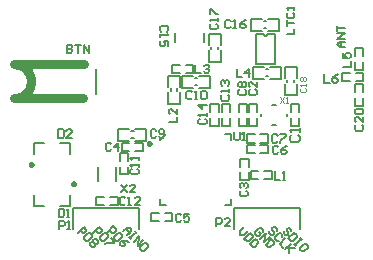
<source format=gto>
%FSTAX23Y23*%
%MOIN*%
%SFA1B1*%

%IPPOS*%
%ADD10C,0.009843*%
%ADD11C,0.007874*%
%ADD12C,0.031496*%
%ADD13C,0.005905*%
%ADD14C,0.005905*%
%ADD15C,0.000000*%
%ADD16C,0.003937*%
%LNfinal_1_board-1*%
%LPD*%
G54D10*
X-00401Y-00049D02*
D01*
X-00401Y-00049*
X-00401Y-00048*
X-00401Y-00048*
X-00401Y-00048*
X-00401Y-00047*
X-00401Y-00047*
X-00401Y-00047*
X-00401Y-00047*
X-00402Y-00046*
X-00402Y-00046*
X-00402Y-00046*
X-00402Y-00046*
X-00402Y-00045*
X-00403Y-00045*
X-00403Y-00045*
X-00403Y-00045*
X-00404Y-00045*
X-00404Y-00045*
X-00404Y-00045*
X-00405Y-00044*
X-00405Y-00044*
X-00405Y-00044*
X-00406*
X-00406Y-00044*
X-00406Y-00044*
X-00407Y-00045*
X-00407Y-00045*
X-00407Y-00045*
X-00407Y-00045*
X-00408Y-00045*
X-00408Y-00045*
X-00408Y-00045*
X-00409Y-00046*
X-00409Y-00046*
X-00409Y-00046*
X-00409Y-00046*
X-00409Y-00047*
X-0041Y-00047*
X-0041Y-00047*
X-0041Y-00047*
X-0041Y-00048*
X-0041Y-00048*
X-0041Y-00048*
X-0041Y-00049*
X-0041Y-00049*
X-0041Y-00049*
X-0041Y-0005*
X-0041Y-0005*
X-0041Y-0005*
X-0041Y-00051*
X-0041Y-00051*
X-0041Y-00051*
X-00409Y-00052*
X-00409Y-00052*
X-00409Y-00052*
X-00409Y-00052*
X-00409Y-00053*
X-00408Y-00053*
X-00408Y-00053*
X-00408Y-00053*
X-00407Y-00053*
X-00407Y-00053*
X-00407Y-00054*
X-00407Y-00054*
X-00406Y-00054*
X-00406Y-00054*
X-00406Y-00054*
X-00405*
X-00405Y-00054*
X-00405Y-00054*
X-00404Y-00054*
X-00404Y-00054*
X-00404Y-00053*
X-00403Y-00053*
X-00403Y-00053*
X-00403Y-00053*
X-00402Y-00053*
X-00402Y-00053*
X-00402Y-00052*
X-00402Y-00052*
X-00402Y-00052*
X-00401Y-00052*
X-00401Y-00051*
X-00401Y-00051*
X-00401Y-00051*
X-00401Y-0005*
X-00401Y-0005*
X-00401Y-0005*
X-00401Y-00049*
X-00401Y-00049*
X-00542Y00015D02*
D01*
X-00542Y00016*
X-00542Y00016*
X-00543Y00016*
X-00543Y00017*
X-00543Y00017*
X-00543Y00017*
X-00543Y00017*
X-00543Y00018*
X-00543Y00018*
X-00544Y00018*
X-00544Y00019*
X-00544Y00019*
X-00544Y00019*
X-00544Y00019*
X-00545Y00019*
X-00545Y00019*
X-00545Y0002*
X-00546Y0002*
X-00546Y0002*
X-00546Y0002*
X-00547Y0002*
X-00547Y0002*
X-00547*
X-00548Y0002*
X-00548Y0002*
X-00548Y0002*
X-00549Y0002*
X-00549Y0002*
X-00549Y00019*
X-0055Y00019*
X-0055Y00019*
X-0055Y00019*
X-0055Y00019*
X-00551Y00019*
X-00551Y00018*
X-00551Y00018*
X-00551Y00018*
X-00551Y00017*
X-00551Y00017*
X-00552Y00017*
X-00552Y00017*
X-00552Y00016*
X-00552Y00016*
X-00552Y00016*
X-00552Y00015*
X-00552Y00015*
X-00552Y00015*
X-00552Y00014*
X-00552Y00014*
X-00552Y00014*
X-00551Y00013*
X-00551Y00013*
X-00551Y00013*
X-00551Y00012*
X-00551Y00012*
X-00551Y00012*
X-0055Y00012*
X-0055Y00012*
X-0055Y00011*
X-0055Y00011*
X-00549Y00011*
X-00549Y00011*
X-00549Y00011*
X-00548Y00011*
X-00548Y00011*
X-00548Y00011*
X-00547Y00011*
X-00547*
X-00547Y00011*
X-00546Y00011*
X-00546Y00011*
X-00546Y00011*
X-00545Y00011*
X-00545Y00011*
X-00545Y00011*
X-00544Y00011*
X-00544Y00012*
X-00544Y00012*
X-00544Y00012*
X-00544Y00012*
X-00543Y00012*
X-00543Y00013*
X-00543Y00013*
X-00543Y00013*
X-00543Y00014*
X-00543Y00014*
X-00543Y00014*
X-00542Y00015*
X-00542Y00015*
X-00542Y00015*
X-00148Y00086D02*
D01*
X-00148Y00086*
X-00148Y00087*
X-00148Y00087*
X-00149Y00087*
X-00149Y00088*
X-00149Y00088*
X-00149Y00088*
X-00149Y00089*
X-00149Y00089*
X-00149Y00089*
X-0015Y00089*
X-0015Y0009*
X-0015Y0009*
X-0015Y0009*
X-00151Y0009*
X-00151Y0009*
X-00151Y0009*
X-00152Y00091*
X-00152Y00091*
X-00152Y00091*
X-00153Y00091*
X-00153Y00091*
X-00153*
X-00154Y00091*
X-00154Y00091*
X-00154Y00091*
X-00155Y00091*
X-00155Y0009*
X-00155Y0009*
X-00155Y0009*
X-00156Y0009*
X-00156Y0009*
X-00156Y0009*
X-00156Y00089*
X-00157Y00089*
X-00157Y00089*
X-00157Y00089*
X-00157Y00088*
X-00157Y00088*
X-00157Y00088*
X-00158Y00087*
X-00158Y00087*
X-00158Y00087*
X-00158Y00086*
X-00158Y00086*
X-00158Y00086*
X-00158Y00085*
X-00158Y00085*
X-00158Y00085*
X-00157Y00084*
X-00157Y00084*
X-00157Y00084*
X-00157Y00084*
X-00157Y00083*
X-00157Y00083*
X-00156Y00083*
X-00156Y00083*
X-00156Y00082*
X-00156Y00082*
X-00155Y00082*
X-00155Y00082*
X-00155Y00082*
X-00155Y00082*
X-00154Y00082*
X-00154Y00081*
X-00154Y00081*
X-00153Y00081*
X-00153*
X-00153Y00081*
X-00152Y00081*
X-00152Y00082*
X-00152Y00082*
X-00151Y00082*
X-00151Y00082*
X-00151Y00082*
X-0015Y00082*
X-0015Y00082*
X-0015Y00083*
X-0015Y00083*
X-00149Y00083*
X-00149Y00083*
X-00149Y00084*
X-00149Y00084*
X-00149Y00084*
X-00149Y00084*
X-00149Y00085*
X-00148Y00085*
X-00148Y00085*
X-00148Y00086*
X-00148Y00086*
G54D11*
X00229Y0045D02*
D01*
X00229Y0045*
X00229Y00449*
X0023Y00449*
X0023Y00449*
X0023Y00448*
X0023Y00448*
X0023Y00448*
X0023Y00447*
X0023Y00447*
X00231Y00447*
X00231Y00447*
X00231Y00446*
X00231Y00446*
X00232Y00446*
X00232Y00446*
X00232Y00446*
X00232Y00446*
X00233Y00445*
X00233Y00445*
X00233Y00445*
X00234Y00445*
X00234Y00445*
X00234*
X00235Y00445*
X00235Y00445*
X00235Y00445*
X00236Y00445*
X00236Y00446*
X00236Y00446*
X00237Y00446*
X00237Y00446*
X00237Y00446*
X00237Y00446*
X00238Y00447*
X00238Y00447*
X00238Y00447*
X00238Y00447*
X00238Y00448*
X00238Y00448*
X00239Y00448*
X00239Y00449*
X00239Y00449*
X00239Y00449*
X00239Y0045*
X00239Y0045*
X-00066Y00423D02*
Y00455D01*
X00028Y00423D02*
Y00455D01*
X-00407Y-002D02*
Y-00129D01*
X-00186Y-002D02*
Y-00129D01*
X-00407D02*
X-00186D01*
X-00418Y-00121D02*
Y-00086D01*
X-00449Y-00121D02*
X-00418D01*
X-00536D02*
Y-00086D01*
Y-00121D02*
X-00504D01*
X00077Y00401D02*
Y00409D01*
X00054Y00401D02*
Y00409D01*
X00229Y00493D02*
X00237D01*
X00229Y0047D02*
X00237D01*
X00202Y0045D02*
X00229D01*
X00239D02*
X00267D01*
Y00351D02*
Y0045D01*
X00202Y00351D02*
X00267D01*
X00202D02*
Y0045D01*
X00237Y0031D02*
X00244D01*
X00237Y00333D02*
X00244D01*
X00307Y0029D02*
Y00298D01*
X0033Y0029D02*
Y00298D01*
X-00536Y00052D02*
Y00087D01*
X-00504*
X-00418Y00052D02*
Y00087D01*
X-00449D02*
X-00418D01*
X-00213Y00103D02*
X-00205D01*
X-00213Y00126D02*
X-00205D01*
X00128Y-00129D02*
X00349D01*
Y-002D02*
Y-00129D01*
X00128Y-002D02*
Y-00129D01*
X-00264Y-00038D02*
Y00008D01*
X-00323Y-00038D02*
Y00008D01*
X-00118Y00098D02*
X-00098Y00118D01*
X00098D02*
X00118D01*
Y00098D02*
Y00118D01*
Y-00118D02*
Y-00098D01*
X00098Y-00118D02*
X00118D01*
X-00118D02*
X-00098D01*
X-00118D02*
Y-00098D01*
X-00059Y00262D02*
Y0027D01*
X-00082D02*
Y00262D01*
X0Y00303D02*
X00007D01*
X0Y0028D02*
X00007D01*
G54D12*
X-00605Y00237D02*
D01*
X-00601Y00237*
X-00597Y00237*
X-00593Y00238*
X-00589Y00239*
X-00585Y0024*
X-00581Y00241*
X-00578Y00243*
X-00574Y00245*
X-00571Y00247*
X-00568Y0025*
X-00565Y00253*
X-00562Y00255*
X-0056Y00258*
X-00557Y00262*
X-00555Y00265*
X-00553Y00269*
X-00552Y00272*
X-0055Y00276*
X-00549Y0028*
X-00548Y00284*
X-00548Y00288*
X-00548Y00292*
Y00296*
X-00548Y003*
X-00548Y00304*
X-00549Y00307*
X-0055Y00311*
X-00552Y00315*
X-00553Y00319*
X-00555Y00322*
X-00557Y00326*
X-0056Y00329*
X-00562Y00332*
X-00565Y00335*
X-00568Y00337*
X-00571Y0034*
X-00574Y00342*
X-00578Y00344*
X-00581Y00346*
X-00585Y00347*
X-00589Y00348*
X-00593Y00349*
X-00597Y0035*
X-00601Y00351*
X-00605Y00351*
Y00236D02*
X-00374D01*
X-00605Y00351D02*
X-0037D01*
X-00605Y00351D02*
Y00351D01*
Y00236D02*
Y00237D01*
G54D13*
X-00329Y-00119D02*
Y-00092D01*
X-00258Y-00119D02*
Y-00092D01*
X-00284Y-00119D02*
X-00258D01*
X-00329D02*
X-00303D01*
X-00284Y-00092D02*
X-00258D01*
X-00329D02*
X-00303D01*
X00151Y-00035D02*
X00178D01*
X00151Y00035D02*
X00178D01*
Y00009D02*
Y00035D01*
Y-00035D02*
Y-00009D01*
X00151Y00009D02*
Y00035D01*
Y-00035D02*
Y-00009D01*
X0023Y-00033D02*
X00256D01*
X00185D02*
X00211D01*
X0023Y-00006D02*
X00256D01*
X00185D02*
X00211D01*
X00185Y-00033D02*
Y-00006D01*
X00256Y-00033D02*
Y-00006D01*
X00533Y00403D02*
X00561D01*
X00533Y00332D02*
X00561D01*
X00533D02*
Y00358D01*
Y00377D02*
Y00403D01*
X00561Y00332D02*
Y00358D01*
Y00377D02*
Y00403D01*
X00489Y00294D02*
Y00321D01*
X0056Y00294D02*
Y00321D01*
X00535Y00294D02*
X0056D01*
X00489D02*
X00515D01*
X00535Y00321D02*
X0056D01*
X00489D02*
X00515D01*
X00533Y00283D02*
X00561D01*
X00533Y00212D02*
X00561D01*
X00533D02*
Y00238D01*
Y00258D02*
Y00283D01*
X00561Y00212D02*
Y00238D01*
Y00258D02*
Y00283D01*
X00046Y00359D02*
X00085D01*
X00046Y00452D02*
X00085D01*
Y00415D02*
Y00452D01*
Y00359D02*
Y00396D01*
X00046Y00415D02*
Y00452D01*
Y00359D02*
Y00396D01*
X0028Y00462D02*
Y00501D01*
X00187Y00462D02*
Y00501D01*
X00224*
X00243D02*
X0028D01*
X00187Y00462D02*
X00224D01*
X00243D02*
X0028D01*
X0025Y00302D02*
X00287D01*
X00194D02*
X00231D01*
X0025Y00341D02*
X00287D01*
X00194D02*
X00231D01*
X00287D02*
Y00302D01*
X00194D02*
Y00341D01*
X00299Y00341D02*
X00338D01*
X00299Y00248D02*
X00338D01*
X00299D02*
Y00285D01*
Y00304D02*
Y00341D01*
X00338Y00248D02*
Y00285D01*
Y00304D02*
Y00341D01*
X00172Y0019D02*
Y00216D01*
Y00145D02*
Y00171D01*
X00145Y0019D02*
Y00216D01*
Y00145D02*
Y00171D01*
Y00145D02*
X00172D01*
X00145Y00216D02*
X00172D01*
X00207Y0019D02*
Y00216D01*
Y00145D02*
Y00171D01*
X0018Y0019D02*
Y00216D01*
Y00145D02*
Y00171D01*
Y00145D02*
X00207D01*
X0018Y00216D02*
X00207D01*
X00172Y00081D02*
X00198D01*
X00217D02*
X00243D01*
X00172Y00054D02*
X00198D01*
X00217D02*
X00243D01*
Y00081*
X00172Y00054D02*
Y00081D01*
X00217Y00089D02*
X00243D01*
X00172D02*
X00198D01*
X00217Y00116D02*
X00243D01*
X00172D02*
X00198D01*
X00172Y00089D02*
Y00116D01*
X00243Y00089D02*
Y00116D01*
X-00256Y00095D02*
Y00134D01*
X-00163Y00095D02*
Y00134D01*
X-002Y00095D02*
X-00163D01*
X-00256D02*
X-00219D01*
X-002Y00134D02*
X-00163D01*
X-00256D02*
X-00219D01*
X00116Y0019D02*
Y00216D01*
Y00145D02*
Y00171D01*
X00089Y0019D02*
Y00216D01*
Y00145D02*
Y00171D01*
Y00145D02*
X00116D01*
X00089Y00216D02*
X00116D01*
X00257Y00215D02*
X0027D01*
X00221Y00178D02*
Y00183D01*
X00257Y00146D02*
X0027D01*
X00306Y00178D02*
Y00183D01*
X-00245Y00087D02*
X-00219D01*
X-002D02*
X-00174D01*
X-00245Y0006D02*
X-00219D01*
X-002D02*
X-00174D01*
Y00087*
X-00245Y0006D02*
Y00087D01*
X-0009Y00312D02*
X-00051D01*
X-0009Y00219D02*
X-00051D01*
Y00275D02*
Y00312D01*
Y00219D02*
Y00256D01*
X-0009Y00275D02*
Y00312D01*
Y00219D02*
Y00256D01*
X-00077Y00348D02*
X-00051D01*
X-00032D02*
X-00006D01*
X-00077Y00321D02*
X-00051D01*
X-00032D02*
X-00006D01*
Y00348D02*
Y00321D01*
X-00077Y00348D02*
Y00321D01*
X-00043Y00311D02*
X-00006D01*
X00012D02*
X00049D01*
X-00043Y00272D02*
X-00006D01*
X00012D02*
X00049D01*
Y00311*
X-00043D02*
Y00272D01*
X00051Y00216D02*
X00078D01*
X00051Y00145D02*
X00078D01*
X00051D02*
Y00171D01*
Y0019D02*
Y00216D01*
X00078Y00145D02*
Y00171D01*
Y0019D02*
Y00216D01*
X-00147Y-00174D02*
Y-00147D01*
X-00076Y-00174D02*
Y-00147D01*
X-00101Y-00174D02*
X-00076D01*
X-00147D02*
X-00121D01*
X-00101Y-00147D02*
X-00076D01*
X-00147D02*
X-00121D01*
X0032Y00145D02*
X00347D01*
X0032Y00216D02*
X00347D01*
Y0019D02*
Y00216D01*
Y00145D02*
Y00171D01*
X0032Y0019D02*
Y00216D01*
Y00145D02*
Y00171D01*
X-00251Y-00017D02*
X-00224D01*
X-00251Y00053D02*
X-00224D01*
Y00027D02*
Y00053D01*
Y-00017D02*
Y00008D01*
X-00251Y00027D02*
Y00053D01*
Y-00017D02*
Y00008D01*
X-00233Y-00097D02*
X-00237Y-00092D01*
X-00246*
X-00251Y-00097*
Y-00115*
X-00246Y-00119*
X-00237*
X-00233Y-00115*
X-00224Y-00119D02*
X-00214D01*
X-00219*
Y-00092*
X-00224Y-00097*
X-00183Y-00119D02*
X-00201D01*
X-00183Y-00101*
Y-00097*
X-00188Y-00092*
X-00196*
X-00201Y-00097*
X00153Y-00072D02*
X00148Y-00077D01*
Y-00086*
X00153Y-0009*
X00171*
X00175Y-00086*
Y-00077*
X00171Y-00072*
X00153Y-00064D02*
X00148Y-00059D01*
Y-0005*
X00153Y-00046*
X00157*
X00162Y-0005*
Y-00055*
Y-0005*
X00166Y-00046*
X00171*
X00175Y-0005*
Y-00059*
X00171Y-00064*
X00266Y-00007D02*
Y-00035D01*
X00283*
X00292D02*
X00301D01*
X00297*
Y-00007*
X00292Y-00012*
X00015Y00169D02*
X00011Y00164D01*
Y00155*
X00015Y00151*
X00033*
X00038Y00155*
Y00164*
X00033Y00169*
X00038Y00178D02*
Y00187D01*
Y00182*
X00011*
X00015Y00178*
X00038Y00214D02*
X00011D01*
X00024Y002*
Y00218*
X-00011Y00256D02*
X-00015Y00261D01*
X-00024*
X-00029Y00256*
Y00238*
X-00024Y00233*
X-00015*
X-00011Y00238*
X-00001Y00233D02*
X00007D01*
X00002*
Y00261*
X-00001Y00256*
X0002D02*
X00024Y00261D01*
X00033*
X00038Y00256*
Y00238*
X00033Y00233*
X00024*
X0002Y00238*
Y00256*
X00001Y00348D02*
Y00322D01*
X0002*
X00029Y00344D02*
X00033Y00348D01*
X00042*
X00046Y00344*
Y0034*
X00042Y00335*
X00037*
X00042*
X00046Y00331*
Y00326*
X00042Y00322*
X00033*
X00029Y00326*
X-00088Y00157D02*
X-00061D01*
Y00174*
Y00201D02*
Y00183D01*
X-00079Y00201*
X-00084*
X-00088Y00197*
Y00188*
X-00084Y00183*
X-00279Y00084D02*
X-00284Y00088D01*
X-00293*
X-00298Y00084*
Y00066*
X-00293Y00061*
X-00284*
X-00279Y00066*
X-00257Y00061D02*
Y00088D01*
X-0027Y00075*
X-00253*
X-00046Y-00152D02*
X-00051Y-00148D01*
X-0006*
X-00064Y-00152*
Y-0017*
X-0006Y-00175*
X-00051*
X-00046Y-0017*
X-0002Y-00148D02*
X-00038D01*
Y-00161*
X-00029Y-00157*
X-00024*
X-0002Y-00161*
Y-0017*
X-00024Y-00175*
X-00033*
X-00038Y-0017*
X00275Y00111D02*
X0027Y00116D01*
X00261*
X00257Y00111*
Y00093*
X00261Y00088*
X0027*
X00275Y00093*
X00284Y00116D02*
X00302D01*
Y00111*
X00284Y00093*
Y00088*
X00277Y00074D02*
X00273Y00079D01*
X00264*
X00259Y00074*
Y00056*
X00264Y00051*
X00273*
X00277Y00056*
X00305Y00079D02*
X00296Y00074D01*
X00287Y00065*
Y00056*
X00291Y00051*
X003*
X00305Y00056*
Y00061*
X003Y00065*
X00287*
X00131Y00124D02*
Y00101D01*
X00135Y00097*
X00144*
X00148Y00101*
Y00124*
X00157Y00097D02*
X00166D01*
X00162*
Y00124*
X00157Y00119*
X-00246Y-00051D02*
X-00227Y-00077D01*
Y-00051D02*
X-00246Y-00077D01*
X-00201D02*
X-00218D01*
X-00201Y-00059*
Y-00055*
X-00205Y-00051*
X-00214*
X-00218Y-00055*
X-00211Y00001D02*
X-00216Y-00003D01*
Y-00012*
X-00211Y-00016*
X-00193*
X-00188Y-00012*
Y-00003*
X-00193Y00001*
X-00188Y00009D02*
Y00018D01*
Y00014*
X-00216*
X-00211Y00009*
X-00188Y00032D02*
Y00041D01*
Y00037*
X-00216*
X-00211Y00032*
G54D14*
X-00331Y0025D02*
Y00335D01*
X0032Y-00207D02*
Y-00201D01*
X00314Y-00195*
X00308*
X00305Y-00198*
Y-00204*
X00311Y-00211*
Y-00217*
X00308Y-0022*
X00301*
X00295Y-00214*
Y-00207*
X0033Y-00211D02*
X00311Y-00229D01*
X0032Y-00239*
X00327*
X0034Y-00226*
Y-0022*
X0033Y-00211*
X00349Y-00229D02*
X00355Y-00236D01*
X00352Y-00233*
X00333Y-00252*
X0033Y-00249*
X00337Y-00255*
X00375D02*
X00368Y-00249D01*
X00362*
X00349Y-00261*
Y-00268*
X00355Y-00274*
X00362*
X00375Y-00261*
Y-00255*
X00272Y-00206D02*
Y-002D01*
X00266Y-00194*
X00259*
X00256Y-00197*
Y-00203*
X00262Y-00209*
Y-00216*
X00259Y-00219*
X00253*
X00247Y-00212*
Y-00206*
X00291Y-00225D02*
Y-00219D01*
X00285Y-00212*
X00279*
X00266Y-00225*
Y-00232*
X00272Y-00238*
X00279*
X00301Y-00229D02*
X00282Y-00248D01*
X00294Y-00261*
X0032Y-00248D02*
X00301Y-00267D01*
X00307Y-00261*
X00333*
X00314*
Y-00279*
X00225Y-00209D02*
Y-00203D01*
X00219Y-00197*
X00213*
X002Y-00209*
Y-00216*
X00206Y-00222*
X00213*
X00219Y-00216*
X00213Y-00209*
X00216Y-00232D02*
X00235Y-00212D01*
X00229Y-00244*
X00248Y-00225*
X00254Y-00232D02*
X00235Y-00251D01*
X00244Y-0026*
X00251*
X00264Y-00248*
Y-00241*
X00254Y-00232*
X00163Y-00192D02*
X0015Y-00205D01*
Y-00218*
X00163*
X00175Y-00205*
X00182Y-00211D02*
X00163Y-00231D01*
X00172Y-0024*
X00179*
X00192Y-00227*
Y-00221*
X00182Y-00211*
X00201Y-00231D02*
X00182Y-0025D01*
X00192Y-00259*
X00198*
X00211Y-00246*
Y-0024*
X00201Y-00231*
X-0024Y-00207D02*
X-00227Y-00195D01*
X-00214*
Y-00207*
X-00227Y-0022*
X-00218Y-00211*
X-00231Y-00198*
X-00202Y-00207D02*
X-00196Y-00214D01*
X-00199Y-00211*
X-00218Y-0023*
X-00221Y-00227*
X-00214Y-00233*
X-00205Y-00242D02*
X-00186Y-00224D01*
X-00192Y-00255*
X-00173Y-00236*
X-0017Y-00246D02*
X-00164D01*
X-00157Y-00252*
Y-00259*
X-0017Y-00271*
X-00176*
X-00183Y-00265*
Y-00259*
X-0017Y-00246*
X-00292Y-00209D02*
X-00273Y-0019D01*
X-00264Y-002*
Y-00206*
X-0027Y-00212*
X-00276*
X-00286Y-00203*
X-00257Y-00212D02*
X-00251D01*
X-00244Y-00219*
Y-00225*
X-00257Y-00238*
X-00264*
X-0027Y-00232*
Y-00225*
X-00257Y-00212*
X-00222Y-00241D02*
X-00232Y-00238D01*
X-00244*
X-00251Y-00244*
Y-00251*
X-00244Y-00257*
X-00238*
X-00235Y-00254*
Y-00248*
X-00244Y-00238*
X-00339Y-00211D02*
X-0032Y-00191D01*
X-00311Y-00201*
Y-00207*
X-00317Y-00214*
X-00323*
X-00333Y-00204*
X-00304Y-00214D02*
X-00298D01*
X-00292Y-0022*
Y-00226*
X-00304Y-00239*
X-00311*
X-00317Y-00233*
Y-00226*
X-00304Y-00214*
X-00282Y-00229D02*
X-00269Y-00242D01*
X-00272Y-00246*
X-00298*
X-00301Y-00249*
X-00392Y-00211D02*
X-00372Y-00191D01*
X-00363Y-00201*
Y-00207*
X-00369Y-00214*
X-00375*
X-00385Y-00204*
X-00357Y-00214D02*
X-0035D01*
X-00344Y-0022*
Y-00226*
X-00357Y-00239*
X-00363*
X-00369Y-00233*
Y-00226*
X-00357Y-00214*
X-00337Y-00233D02*
X-00331D01*
X-00325Y-00239*
Y-00246*
X-00328Y-00249*
X-00334*
Y-00255*
X-00337Y-00258*
X-00344*
X-0035Y-00252*
Y-00246*
X-00347Y-00242*
X-0034*
Y-00236*
X-00337Y-00233*
X-0034Y-00242D02*
X-00334Y-00249D01*
X-00453Y-00198D02*
Y-00171D01*
X-0044*
X-00435Y-00175*
Y-00185*
X-0044Y-00189*
X-00453*
X-00427Y-00198D02*
X-00418D01*
X-00422*
Y-00171*
X-00427Y-00175*
X00501Y00407D02*
X00483D01*
X00474Y00416*
X00483Y00425*
X00501*
X00487*
Y00407*
X00501Y00435D02*
X00474D01*
X00501Y00453*
X00474*
Y00461D02*
Y00479D01*
Y0047*
X00501*
X00431Y00316D02*
Y00289D01*
X00448*
X00475Y00316D02*
X00466Y00311D01*
X00457Y00303*
Y00294*
X00462Y00289*
X00471*
X00475Y00294*
Y00298*
X00471Y00303*
X00457*
X00492Y00342D02*
X00518D01*
Y00361*
X00492Y00388D02*
Y0037D01*
X00505*
X00501Y00379*
Y00383*
X00505Y00388*
X00514*
X00518Y00383*
Y00374*
X00514Y0037*
X00537Y00148D02*
X00533Y00143D01*
Y00134*
X00537Y00129*
X00555*
X00559Y00134*
Y00143*
X00555Y00148*
X00559Y00174D02*
Y00157D01*
X00542Y00174*
X00537*
X00533Y0017*
Y00161*
X00537Y00157*
Y00183D02*
X00533Y00188D01*
Y00197*
X00537Y00201*
X00555*
X00559Y00197*
Y00188*
X00555Y00183*
X00537*
X00305Y0045D02*
X00331D01*
Y00468*
X00305Y00477D02*
Y00496D01*
Y00487*
X00331*
X00309Y00522D02*
X00305Y00518D01*
Y00509*
X00309Y00505*
X00327*
X00331Y00509*
Y00518*
X00327Y00522*
X00331Y00531D02*
Y0054D01*
Y00536*
X00305*
X00309Y00531*
X00138Y00335D02*
Y00309D01*
X00155*
X00178D02*
Y00335D01*
X00164Y00322*
X00183*
X-00456Y00133D02*
Y00105D01*
X-00442*
X-00438Y0011*
Y00128*
X-00442Y00133*
X-00456*
X-00411Y00105D02*
X-00429D01*
X-00411Y00124*
Y00128*
X-00416Y00133*
X-00425*
X-00429Y00128*
X-00455Y-00131D02*
Y-00159D01*
X-00441*
X-00437Y-00154*
Y-00136*
X-00441Y-00131*
X-00455*
X-00428Y-00159D02*
X-00419D01*
X-00423*
Y-00131*
X-00428Y-00136*
X00053Y00485D02*
X00048Y0048D01*
Y00471*
X00053Y00466*
X00071*
X00075Y00471*
Y0048*
X00071Y00485*
X00075Y00494D02*
Y00503D01*
Y00498*
X00048*
X00053Y00494*
X00048Y00516D02*
Y00534D01*
X00053*
X00071Y00516*
X00075*
X00118Y00493D02*
X00114Y00498D01*
X00105*
X00101Y00493*
Y00475*
X00105Y00471*
X00114*
X00118Y00475*
X00127Y00471D02*
X00137D01*
X00132*
Y00498*
X00127Y00493*
X00168Y00498D02*
X00159Y00493D01*
X0015Y00484*
Y00475*
X00155Y00471*
X00164*
X00168Y00475*
Y00479*
X00164Y00484*
X0015*
X-00095Y00459D02*
X-0009Y00464D01*
Y00473*
X-00095Y00477*
X-00113*
X-00118Y00473*
Y00464*
X-00113Y00459*
X-00118Y00451D02*
Y00442D01*
Y00446*
X-0009*
X-00095Y00451*
X-0009Y0041D02*
Y00428D01*
X-00104*
X-001Y00419*
Y00414*
X-00104Y0041*
X-00113*
X-00118Y00414*
Y00424*
X-00113Y00428*
X-00427Y00415D02*
Y00388D01*
X-00413*
X-00409Y00393*
Y00397*
X-00413Y00401*
X-00427*
X-00413*
X-00409Y00406*
Y00411*
X-00413Y00415*
X-00427*
X-004D02*
X-00381D01*
X-0039*
Y00388*
X-00372D02*
Y00415D01*
X-00355Y00388*
Y00415*
X-00131Y00128D02*
X-00135Y00133D01*
X-00144*
X-00148Y00128*
Y0011*
X-00144Y00105*
X-00135*
X-00131Y0011*
X-00122D02*
X-00117Y00105D01*
X-00108*
X-00103Y0011*
Y00128*
X-00108Y00133*
X-00117*
X-00122Y00128*
Y00124*
X-00117Y00119*
X-00103*
X0007Y-0019D02*
Y-00162D01*
X00084*
X00088Y-00167*
Y-00176*
X00084Y-00181*
X0007*
X00115Y-0019D02*
X00098D01*
X00115Y-00172*
Y-00167*
X00111Y-00162*
X00102*
X00098Y-00167*
X00321Y00113D02*
X00315Y00108D01*
Y00096*
X00321Y0009*
X00344*
X0035Y00096*
Y00108*
X00344Y00113*
X0035Y00125D02*
Y00136D01*
Y0013*
X00315*
X00321Y00125*
X00148Y00266D02*
X00143Y00261D01*
Y00252*
X00148Y00248*
X00166*
X0017Y00252*
Y00261*
X00166Y00266*
X00148Y00274D02*
X00143Y00279D01*
Y00288*
X00148Y00292*
X00152*
X00157Y00288*
X00161Y00292*
X00166*
X0017Y00288*
Y00279*
X00166Y00274*
X00161*
X00157Y00279*
X00152Y00274*
X00148*
X00157Y00279D02*
Y00288D01*
X00183Y00266D02*
X00178Y00261D01*
Y00252*
X00183Y00248*
X00201*
X00205Y00252*
Y00261*
X00201Y00266*
X00205Y00292D02*
Y00274D01*
X00187Y00292*
X00183*
X00178Y00288*
Y00279*
X00183Y00274*
X0009Y00248D02*
X00085Y00243D01*
Y00234*
X0009Y00229*
X00108*
X00112Y00234*
Y00243*
X00108Y00248*
X00112Y00257D02*
Y00266D01*
Y00261*
X00085*
X0009Y00257*
Y00279D02*
X00085Y00283D01*
Y00292*
X0009Y00297*
X00094*
X00099Y00292*
Y00288*
Y00292*
X00103Y00297*
X00108*
X00112Y00292*
Y00283*
X00108Y00279*
G54D15*
X-00407Y-002D03*
X00128D03*
G54D16*
X00353Y00271D02*
X0035Y00268D01*
Y00261*
X00353Y00258*
X00366*
X0037Y00261*
Y00268*
X00366Y00271*
X0037Y00277D02*
Y00284D01*
Y00281*
X0035*
X00353Y00277*
Y00294D02*
X0035Y00297D01*
Y00303*
X00353Y00307*
X00356*
X0036Y00303*
X00363Y00307*
X00366*
X0037Y00303*
Y00297*
X00366Y00294*
X00363*
X0036Y00297*
X00356Y00294*
X00353*
X0036Y00297D02*
Y00303D01*
X00283Y0024D02*
X00296Y0022D01*
Y0024D02*
X00283Y0022D01*
X00302D02*
X00309D01*
X00305*
Y0024*
X00302Y00237*
M02*
</source>
